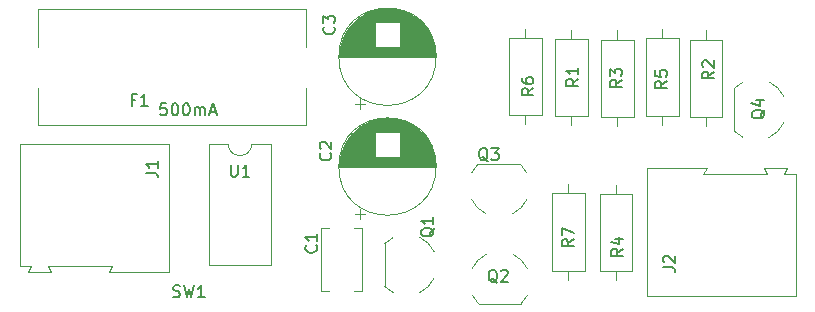
<source format=gbr>
%TF.GenerationSoftware,KiCad,Pcbnew,(5.1.8)-1*%
%TF.CreationDate,2020-12-12T19:45:24+01:00*%
%TF.ProjectId,blink_controller,626c696e-6b5f-4636-9f6e-74726f6c6c65,rev?*%
%TF.SameCoordinates,Original*%
%TF.FileFunction,Legend,Top*%
%TF.FilePolarity,Positive*%
%FSLAX46Y46*%
G04 Gerber Fmt 4.6, Leading zero omitted, Abs format (unit mm)*
G04 Created by KiCad (PCBNEW (5.1.8)-1) date 2020-12-12 19:45:24*
%MOMM*%
%LPD*%
G01*
G04 APERTURE LIST*
%ADD10C,0.150000*%
%ADD11C,0.120000*%
G04 APERTURE END LIST*
D10*
X32890476Y-28552380D02*
X32414285Y-28552380D01*
X32366666Y-29028571D01*
X32414285Y-28980952D01*
X32509523Y-28933333D01*
X32747619Y-28933333D01*
X32842857Y-28980952D01*
X32890476Y-29028571D01*
X32938095Y-29123809D01*
X32938095Y-29361904D01*
X32890476Y-29457142D01*
X32842857Y-29504761D01*
X32747619Y-29552380D01*
X32509523Y-29552380D01*
X32414285Y-29504761D01*
X32366666Y-29457142D01*
X33557142Y-28552380D02*
X33652380Y-28552380D01*
X33747619Y-28600000D01*
X33795238Y-28647619D01*
X33842857Y-28742857D01*
X33890476Y-28933333D01*
X33890476Y-29171428D01*
X33842857Y-29361904D01*
X33795238Y-29457142D01*
X33747619Y-29504761D01*
X33652380Y-29552380D01*
X33557142Y-29552380D01*
X33461904Y-29504761D01*
X33414285Y-29457142D01*
X33366666Y-29361904D01*
X33319047Y-29171428D01*
X33319047Y-28933333D01*
X33366666Y-28742857D01*
X33414285Y-28647619D01*
X33461904Y-28600000D01*
X33557142Y-28552380D01*
X34509523Y-28552380D02*
X34604761Y-28552380D01*
X34700000Y-28600000D01*
X34747619Y-28647619D01*
X34795238Y-28742857D01*
X34842857Y-28933333D01*
X34842857Y-29171428D01*
X34795238Y-29361904D01*
X34747619Y-29457142D01*
X34700000Y-29504761D01*
X34604761Y-29552380D01*
X34509523Y-29552380D01*
X34414285Y-29504761D01*
X34366666Y-29457142D01*
X34319047Y-29361904D01*
X34271428Y-29171428D01*
X34271428Y-28933333D01*
X34319047Y-28742857D01*
X34366666Y-28647619D01*
X34414285Y-28600000D01*
X34509523Y-28552380D01*
X35271428Y-29552380D02*
X35271428Y-28885714D01*
X35271428Y-28980952D02*
X35319047Y-28933333D01*
X35414285Y-28885714D01*
X35557142Y-28885714D01*
X35652380Y-28933333D01*
X35700000Y-29028571D01*
X35700000Y-29552380D01*
X35700000Y-29028571D02*
X35747619Y-28933333D01*
X35842857Y-28885714D01*
X35985714Y-28885714D01*
X36080952Y-28933333D01*
X36128571Y-29028571D01*
X36128571Y-29552380D01*
X36557142Y-29266666D02*
X37033333Y-29266666D01*
X36461904Y-29552380D02*
X36795238Y-28552380D01*
X37128571Y-29552380D01*
D11*
%TO.C,F1*%
X21990000Y-20590000D02*
X21990000Y-23750000D01*
X21990000Y-27250000D02*
X21990000Y-30410000D01*
X44710000Y-27250000D02*
X44710000Y-30410000D01*
X44710000Y-30410000D02*
X21990000Y-30410000D01*
X44710000Y-20590000D02*
X21990000Y-20590000D01*
X44710000Y-20590000D02*
X44710000Y-23750000D01*
%TO.C,U1*%
X40110000Y-31970000D02*
G75*
G02*
X38110000Y-31970000I-1000000J0D01*
G01*
X38110000Y-31970000D02*
X36460000Y-31970000D01*
X36460000Y-31970000D02*
X36460000Y-42250000D01*
X36460000Y-42250000D02*
X41760000Y-42250000D01*
X41760000Y-42250000D02*
X41760000Y-31970000D01*
X41760000Y-31970000D02*
X40110000Y-31970000D01*
%TO.C,R7*%
X65555000Y-42715000D02*
X68295000Y-42715000D01*
X68295000Y-42715000D02*
X68295000Y-36175000D01*
X68295000Y-36175000D02*
X65555000Y-36175000D01*
X65555000Y-36175000D02*
X65555000Y-42715000D01*
X66925000Y-43485000D02*
X66925000Y-42715000D01*
X66925000Y-35405000D02*
X66925000Y-36175000D01*
%TO.C,R6*%
X64645000Y-23010000D02*
X61905000Y-23010000D01*
X61905000Y-23010000D02*
X61905000Y-29550000D01*
X61905000Y-29550000D02*
X64645000Y-29550000D01*
X64645000Y-29550000D02*
X64645000Y-23010000D01*
X63275000Y-22240000D02*
X63275000Y-23010000D01*
X63275000Y-30320000D02*
X63275000Y-29550000D01*
%TO.C,R5*%
X73505000Y-29590000D02*
X76245000Y-29590000D01*
X76245000Y-29590000D02*
X76245000Y-23050000D01*
X76245000Y-23050000D02*
X73505000Y-23050000D01*
X73505000Y-23050000D02*
X73505000Y-29590000D01*
X74875000Y-30360000D02*
X74875000Y-29590000D01*
X74875000Y-22280000D02*
X74875000Y-23050000D01*
%TO.C,R4*%
X72295000Y-36235000D02*
X69555000Y-36235000D01*
X69555000Y-36235000D02*
X69555000Y-42775000D01*
X69555000Y-42775000D02*
X72295000Y-42775000D01*
X72295000Y-42775000D02*
X72295000Y-36235000D01*
X70925000Y-35465000D02*
X70925000Y-36235000D01*
X70925000Y-43545000D02*
X70925000Y-42775000D01*
%TO.C,R3*%
X69705000Y-29690000D02*
X72445000Y-29690000D01*
X72445000Y-29690000D02*
X72445000Y-23150000D01*
X72445000Y-23150000D02*
X69705000Y-23150000D01*
X69705000Y-23150000D02*
X69705000Y-29690000D01*
X71075000Y-30460000D02*
X71075000Y-29690000D01*
X71075000Y-22380000D02*
X71075000Y-23150000D01*
%TO.C,R2*%
X77205000Y-29690000D02*
X79945000Y-29690000D01*
X79945000Y-29690000D02*
X79945000Y-23150000D01*
X79945000Y-23150000D02*
X77205000Y-23150000D01*
X77205000Y-23150000D02*
X77205000Y-29690000D01*
X78575000Y-30460000D02*
X78575000Y-29690000D01*
X78575000Y-22380000D02*
X78575000Y-23150000D01*
%TO.C,R1*%
X68545000Y-23110000D02*
X65805000Y-23110000D01*
X65805000Y-23110000D02*
X65805000Y-29650000D01*
X65805000Y-29650000D02*
X68545000Y-29650000D01*
X68545000Y-29650000D02*
X68545000Y-23110000D01*
X67175000Y-22340000D02*
X67175000Y-23110000D01*
X67175000Y-30420000D02*
X67175000Y-29650000D01*
%TO.C,Q4*%
X81677205Y-31414184D02*
G75*
G02*
X80950000Y-30890000I1122795J2324184D01*
G01*
X83898371Y-31445457D02*
G75*
G03*
X85150000Y-30200000I-1098371J2355457D01*
G01*
X83903842Y-26722801D02*
G75*
G02*
X85150000Y-27950000I-1103842J-2367199D01*
G01*
X81677205Y-26765816D02*
G75*
G03*
X80950000Y-27290000I1122795J-2324184D01*
G01*
X80950000Y-27290000D02*
X80950000Y-30890000D01*
%TO.C,Q3*%
X58735816Y-34427205D02*
G75*
G02*
X59260000Y-33700000I2324184J-1122795D01*
G01*
X58704543Y-36648371D02*
G75*
G03*
X59950000Y-37900000I2355457J1098371D01*
G01*
X63427199Y-36653842D02*
G75*
G02*
X62200000Y-37900000I-2367199J1103842D01*
G01*
X63384184Y-34427205D02*
G75*
G03*
X62860000Y-33700000I-2324184J-1122795D01*
G01*
X62860000Y-33700000D02*
X59260000Y-33700000D01*
%TO.C,Q2*%
X63439184Y-44797795D02*
G75*
G02*
X62915000Y-45525000I-2324184J1122795D01*
G01*
X63470457Y-42576629D02*
G75*
G03*
X62225000Y-41325000I-2355457J-1098371D01*
G01*
X58747801Y-42571158D02*
G75*
G02*
X59975000Y-41325000I2367199J-1103842D01*
G01*
X58790816Y-44797795D02*
G75*
G03*
X59315000Y-45525000I2324184J1122795D01*
G01*
X59315000Y-45525000D02*
X62915000Y-45525000D01*
%TO.C,Q1*%
X52077205Y-44564184D02*
G75*
G02*
X51350000Y-44040000I1122795J2324184D01*
G01*
X54298371Y-44595457D02*
G75*
G03*
X55550000Y-43350000I-1098371J2355457D01*
G01*
X54303842Y-39872801D02*
G75*
G02*
X55550000Y-41100000I-1103842J-2367199D01*
G01*
X52077205Y-39915816D02*
G75*
G03*
X51350000Y-40440000I1122795J-2324184D01*
G01*
X51350000Y-40440000D02*
X51350000Y-44040000D01*
%TO.C,J2*%
X73550000Y-44900000D02*
X86150000Y-44900000D01*
X86150000Y-44900000D02*
X86150000Y-34550000D01*
X86150000Y-34550000D02*
X85200000Y-34550000D01*
X85200000Y-34550000D02*
X85450000Y-34050000D01*
X85450000Y-34050000D02*
X83550000Y-34050000D01*
X83550000Y-34050000D02*
X83500000Y-34050000D01*
X83500000Y-34050000D02*
X83750000Y-34550000D01*
X83750000Y-34550000D02*
X78350000Y-34550000D01*
X78350000Y-34550000D02*
X78650000Y-34050000D01*
X78650000Y-34050000D02*
X73550000Y-34050000D01*
X73550000Y-34050000D02*
X73550000Y-44900000D01*
%TO.C,J1*%
X33100000Y-31950000D02*
X20500000Y-31950000D01*
X20500000Y-31950000D02*
X20500000Y-42300000D01*
X20500000Y-42300000D02*
X21450000Y-42300000D01*
X21450000Y-42300000D02*
X21200000Y-42800000D01*
X21200000Y-42800000D02*
X23100000Y-42800000D01*
X23100000Y-42800000D02*
X23150000Y-42800000D01*
X23150000Y-42800000D02*
X22900000Y-42300000D01*
X22900000Y-42300000D02*
X28300000Y-42300000D01*
X28300000Y-42300000D02*
X28000000Y-42800000D01*
X28000000Y-42800000D02*
X33100000Y-42800000D01*
X33100000Y-42800000D02*
X33100000Y-31950000D01*
%TO.C,C3*%
X55720000Y-24600000D02*
G75*
G03*
X55720000Y-24600000I-4120000J0D01*
G01*
X47520000Y-24600000D02*
X55680000Y-24600000D01*
X47520000Y-24560000D02*
X55680000Y-24560000D01*
X47520000Y-24520000D02*
X55680000Y-24520000D01*
X47521000Y-24480000D02*
X55679000Y-24480000D01*
X47523000Y-24440000D02*
X55677000Y-24440000D01*
X47524000Y-24400000D02*
X55676000Y-24400000D01*
X47526000Y-24360000D02*
X55674000Y-24360000D01*
X47529000Y-24320000D02*
X55671000Y-24320000D01*
X47532000Y-24280000D02*
X55668000Y-24280000D01*
X47535000Y-24240000D02*
X55665000Y-24240000D01*
X47539000Y-24200000D02*
X55661000Y-24200000D01*
X47543000Y-24160000D02*
X55657000Y-24160000D01*
X47548000Y-24120000D02*
X55652000Y-24120000D01*
X47552000Y-24080000D02*
X55648000Y-24080000D01*
X47558000Y-24040000D02*
X55642000Y-24040000D01*
X47563000Y-24000000D02*
X55637000Y-24000000D01*
X47570000Y-23960000D02*
X55630000Y-23960000D01*
X47576000Y-23920000D02*
X55624000Y-23920000D01*
X47583000Y-23879000D02*
X55617000Y-23879000D01*
X47590000Y-23839000D02*
X55610000Y-23839000D01*
X47598000Y-23799000D02*
X55602000Y-23799000D01*
X47606000Y-23759000D02*
X55594000Y-23759000D01*
X47615000Y-23719000D02*
X50560000Y-23719000D01*
X52640000Y-23719000D02*
X55585000Y-23719000D01*
X47624000Y-23679000D02*
X50560000Y-23679000D01*
X52640000Y-23679000D02*
X55576000Y-23679000D01*
X47633000Y-23639000D02*
X50560000Y-23639000D01*
X52640000Y-23639000D02*
X55567000Y-23639000D01*
X47643000Y-23599000D02*
X50560000Y-23599000D01*
X52640000Y-23599000D02*
X55557000Y-23599000D01*
X47653000Y-23559000D02*
X50560000Y-23559000D01*
X52640000Y-23559000D02*
X55547000Y-23559000D01*
X47664000Y-23519000D02*
X50560000Y-23519000D01*
X52640000Y-23519000D02*
X55536000Y-23519000D01*
X47675000Y-23479000D02*
X50560000Y-23479000D01*
X52640000Y-23479000D02*
X55525000Y-23479000D01*
X47686000Y-23439000D02*
X50560000Y-23439000D01*
X52640000Y-23439000D02*
X55514000Y-23439000D01*
X47698000Y-23399000D02*
X50560000Y-23399000D01*
X52640000Y-23399000D02*
X55502000Y-23399000D01*
X47711000Y-23359000D02*
X50560000Y-23359000D01*
X52640000Y-23359000D02*
X55489000Y-23359000D01*
X47723000Y-23319000D02*
X50560000Y-23319000D01*
X52640000Y-23319000D02*
X55477000Y-23319000D01*
X47737000Y-23279000D02*
X50560000Y-23279000D01*
X52640000Y-23279000D02*
X55463000Y-23279000D01*
X47750000Y-23239000D02*
X50560000Y-23239000D01*
X52640000Y-23239000D02*
X55450000Y-23239000D01*
X47765000Y-23199000D02*
X50560000Y-23199000D01*
X52640000Y-23199000D02*
X55435000Y-23199000D01*
X47779000Y-23159000D02*
X50560000Y-23159000D01*
X52640000Y-23159000D02*
X55421000Y-23159000D01*
X47795000Y-23119000D02*
X50560000Y-23119000D01*
X52640000Y-23119000D02*
X55405000Y-23119000D01*
X47810000Y-23079000D02*
X50560000Y-23079000D01*
X52640000Y-23079000D02*
X55390000Y-23079000D01*
X47826000Y-23039000D02*
X50560000Y-23039000D01*
X52640000Y-23039000D02*
X55374000Y-23039000D01*
X47843000Y-22999000D02*
X50560000Y-22999000D01*
X52640000Y-22999000D02*
X55357000Y-22999000D01*
X47860000Y-22959000D02*
X50560000Y-22959000D01*
X52640000Y-22959000D02*
X55340000Y-22959000D01*
X47878000Y-22919000D02*
X50560000Y-22919000D01*
X52640000Y-22919000D02*
X55322000Y-22919000D01*
X47896000Y-22879000D02*
X50560000Y-22879000D01*
X52640000Y-22879000D02*
X55304000Y-22879000D01*
X47914000Y-22839000D02*
X50560000Y-22839000D01*
X52640000Y-22839000D02*
X55286000Y-22839000D01*
X47934000Y-22799000D02*
X50560000Y-22799000D01*
X52640000Y-22799000D02*
X55266000Y-22799000D01*
X47953000Y-22759000D02*
X50560000Y-22759000D01*
X52640000Y-22759000D02*
X55247000Y-22759000D01*
X47973000Y-22719000D02*
X50560000Y-22719000D01*
X52640000Y-22719000D02*
X55227000Y-22719000D01*
X47994000Y-22679000D02*
X50560000Y-22679000D01*
X52640000Y-22679000D02*
X55206000Y-22679000D01*
X48016000Y-22639000D02*
X50560000Y-22639000D01*
X52640000Y-22639000D02*
X55184000Y-22639000D01*
X48038000Y-22599000D02*
X50560000Y-22599000D01*
X52640000Y-22599000D02*
X55162000Y-22599000D01*
X48060000Y-22559000D02*
X50560000Y-22559000D01*
X52640000Y-22559000D02*
X55140000Y-22559000D01*
X48083000Y-22519000D02*
X50560000Y-22519000D01*
X52640000Y-22519000D02*
X55117000Y-22519000D01*
X48107000Y-22479000D02*
X50560000Y-22479000D01*
X52640000Y-22479000D02*
X55093000Y-22479000D01*
X48131000Y-22439000D02*
X50560000Y-22439000D01*
X52640000Y-22439000D02*
X55069000Y-22439000D01*
X48156000Y-22399000D02*
X50560000Y-22399000D01*
X52640000Y-22399000D02*
X55044000Y-22399000D01*
X48182000Y-22359000D02*
X50560000Y-22359000D01*
X52640000Y-22359000D02*
X55018000Y-22359000D01*
X48208000Y-22319000D02*
X50560000Y-22319000D01*
X52640000Y-22319000D02*
X54992000Y-22319000D01*
X48235000Y-22279000D02*
X50560000Y-22279000D01*
X52640000Y-22279000D02*
X54965000Y-22279000D01*
X48262000Y-22239000D02*
X50560000Y-22239000D01*
X52640000Y-22239000D02*
X54938000Y-22239000D01*
X48291000Y-22199000D02*
X50560000Y-22199000D01*
X52640000Y-22199000D02*
X54909000Y-22199000D01*
X48320000Y-22159000D02*
X50560000Y-22159000D01*
X52640000Y-22159000D02*
X54880000Y-22159000D01*
X48350000Y-22119000D02*
X50560000Y-22119000D01*
X52640000Y-22119000D02*
X54850000Y-22119000D01*
X48380000Y-22079000D02*
X50560000Y-22079000D01*
X52640000Y-22079000D02*
X54820000Y-22079000D01*
X48411000Y-22039000D02*
X50560000Y-22039000D01*
X52640000Y-22039000D02*
X54789000Y-22039000D01*
X48444000Y-21999000D02*
X50560000Y-21999000D01*
X52640000Y-21999000D02*
X54756000Y-21999000D01*
X48476000Y-21959000D02*
X50560000Y-21959000D01*
X52640000Y-21959000D02*
X54724000Y-21959000D01*
X48510000Y-21919000D02*
X50560000Y-21919000D01*
X52640000Y-21919000D02*
X54690000Y-21919000D01*
X48545000Y-21879000D02*
X50560000Y-21879000D01*
X52640000Y-21879000D02*
X54655000Y-21879000D01*
X48581000Y-21839000D02*
X50560000Y-21839000D01*
X52640000Y-21839000D02*
X54619000Y-21839000D01*
X48617000Y-21799000D02*
X50560000Y-21799000D01*
X52640000Y-21799000D02*
X54583000Y-21799000D01*
X48655000Y-21759000D02*
X50560000Y-21759000D01*
X52640000Y-21759000D02*
X54545000Y-21759000D01*
X48693000Y-21719000D02*
X50560000Y-21719000D01*
X52640000Y-21719000D02*
X54507000Y-21719000D01*
X48733000Y-21679000D02*
X50560000Y-21679000D01*
X52640000Y-21679000D02*
X54467000Y-21679000D01*
X48774000Y-21639000D02*
X54426000Y-21639000D01*
X48816000Y-21599000D02*
X54384000Y-21599000D01*
X48859000Y-21559000D02*
X54341000Y-21559000D01*
X48903000Y-21519000D02*
X54297000Y-21519000D01*
X48949000Y-21479000D02*
X54251000Y-21479000D01*
X48996000Y-21439000D02*
X54204000Y-21439000D01*
X49044000Y-21399000D02*
X54156000Y-21399000D01*
X49095000Y-21359000D02*
X54105000Y-21359000D01*
X49146000Y-21319000D02*
X54054000Y-21319000D01*
X49200000Y-21279000D02*
X54000000Y-21279000D01*
X49255000Y-21239000D02*
X53945000Y-21239000D01*
X49313000Y-21199000D02*
X53887000Y-21199000D01*
X49372000Y-21159000D02*
X53828000Y-21159000D01*
X49434000Y-21119000D02*
X53766000Y-21119000D01*
X49498000Y-21079000D02*
X53702000Y-21079000D01*
X49566000Y-21039000D02*
X53634000Y-21039000D01*
X49636000Y-20999000D02*
X53564000Y-20999000D01*
X49710000Y-20959000D02*
X53490000Y-20959000D01*
X49787000Y-20919000D02*
X53413000Y-20919000D01*
X49869000Y-20879000D02*
X53331000Y-20879000D01*
X49955000Y-20839000D02*
X53245000Y-20839000D01*
X50048000Y-20799000D02*
X53152000Y-20799000D01*
X50147000Y-20759000D02*
X53053000Y-20759000D01*
X50254000Y-20719000D02*
X52946000Y-20719000D01*
X50371000Y-20679000D02*
X52829000Y-20679000D01*
X50502000Y-20639000D02*
X52698000Y-20639000D01*
X50652000Y-20599000D02*
X52548000Y-20599000D01*
X50832000Y-20559000D02*
X52368000Y-20559000D01*
X51067000Y-20519000D02*
X52133000Y-20519000D01*
X49285000Y-29009698D02*
X49285000Y-28209698D01*
X48885000Y-28609698D02*
X49685000Y-28609698D01*
%TO.C,C2*%
X55720000Y-33900000D02*
G75*
G03*
X55720000Y-33900000I-4120000J0D01*
G01*
X47520000Y-33900000D02*
X55680000Y-33900000D01*
X47520000Y-33860000D02*
X55680000Y-33860000D01*
X47520000Y-33820000D02*
X55680000Y-33820000D01*
X47521000Y-33780000D02*
X55679000Y-33780000D01*
X47523000Y-33740000D02*
X55677000Y-33740000D01*
X47524000Y-33700000D02*
X55676000Y-33700000D01*
X47526000Y-33660000D02*
X55674000Y-33660000D01*
X47529000Y-33620000D02*
X55671000Y-33620000D01*
X47532000Y-33580000D02*
X55668000Y-33580000D01*
X47535000Y-33540000D02*
X55665000Y-33540000D01*
X47539000Y-33500000D02*
X55661000Y-33500000D01*
X47543000Y-33460000D02*
X55657000Y-33460000D01*
X47548000Y-33420000D02*
X55652000Y-33420000D01*
X47552000Y-33380000D02*
X55648000Y-33380000D01*
X47558000Y-33340000D02*
X55642000Y-33340000D01*
X47563000Y-33300000D02*
X55637000Y-33300000D01*
X47570000Y-33260000D02*
X55630000Y-33260000D01*
X47576000Y-33220000D02*
X55624000Y-33220000D01*
X47583000Y-33179000D02*
X55617000Y-33179000D01*
X47590000Y-33139000D02*
X55610000Y-33139000D01*
X47598000Y-33099000D02*
X55602000Y-33099000D01*
X47606000Y-33059000D02*
X55594000Y-33059000D01*
X47615000Y-33019000D02*
X50560000Y-33019000D01*
X52640000Y-33019000D02*
X55585000Y-33019000D01*
X47624000Y-32979000D02*
X50560000Y-32979000D01*
X52640000Y-32979000D02*
X55576000Y-32979000D01*
X47633000Y-32939000D02*
X50560000Y-32939000D01*
X52640000Y-32939000D02*
X55567000Y-32939000D01*
X47643000Y-32899000D02*
X50560000Y-32899000D01*
X52640000Y-32899000D02*
X55557000Y-32899000D01*
X47653000Y-32859000D02*
X50560000Y-32859000D01*
X52640000Y-32859000D02*
X55547000Y-32859000D01*
X47664000Y-32819000D02*
X50560000Y-32819000D01*
X52640000Y-32819000D02*
X55536000Y-32819000D01*
X47675000Y-32779000D02*
X50560000Y-32779000D01*
X52640000Y-32779000D02*
X55525000Y-32779000D01*
X47686000Y-32739000D02*
X50560000Y-32739000D01*
X52640000Y-32739000D02*
X55514000Y-32739000D01*
X47698000Y-32699000D02*
X50560000Y-32699000D01*
X52640000Y-32699000D02*
X55502000Y-32699000D01*
X47711000Y-32659000D02*
X50560000Y-32659000D01*
X52640000Y-32659000D02*
X55489000Y-32659000D01*
X47723000Y-32619000D02*
X50560000Y-32619000D01*
X52640000Y-32619000D02*
X55477000Y-32619000D01*
X47737000Y-32579000D02*
X50560000Y-32579000D01*
X52640000Y-32579000D02*
X55463000Y-32579000D01*
X47750000Y-32539000D02*
X50560000Y-32539000D01*
X52640000Y-32539000D02*
X55450000Y-32539000D01*
X47765000Y-32499000D02*
X50560000Y-32499000D01*
X52640000Y-32499000D02*
X55435000Y-32499000D01*
X47779000Y-32459000D02*
X50560000Y-32459000D01*
X52640000Y-32459000D02*
X55421000Y-32459000D01*
X47795000Y-32419000D02*
X50560000Y-32419000D01*
X52640000Y-32419000D02*
X55405000Y-32419000D01*
X47810000Y-32379000D02*
X50560000Y-32379000D01*
X52640000Y-32379000D02*
X55390000Y-32379000D01*
X47826000Y-32339000D02*
X50560000Y-32339000D01*
X52640000Y-32339000D02*
X55374000Y-32339000D01*
X47843000Y-32299000D02*
X50560000Y-32299000D01*
X52640000Y-32299000D02*
X55357000Y-32299000D01*
X47860000Y-32259000D02*
X50560000Y-32259000D01*
X52640000Y-32259000D02*
X55340000Y-32259000D01*
X47878000Y-32219000D02*
X50560000Y-32219000D01*
X52640000Y-32219000D02*
X55322000Y-32219000D01*
X47896000Y-32179000D02*
X50560000Y-32179000D01*
X52640000Y-32179000D02*
X55304000Y-32179000D01*
X47914000Y-32139000D02*
X50560000Y-32139000D01*
X52640000Y-32139000D02*
X55286000Y-32139000D01*
X47934000Y-32099000D02*
X50560000Y-32099000D01*
X52640000Y-32099000D02*
X55266000Y-32099000D01*
X47953000Y-32059000D02*
X50560000Y-32059000D01*
X52640000Y-32059000D02*
X55247000Y-32059000D01*
X47973000Y-32019000D02*
X50560000Y-32019000D01*
X52640000Y-32019000D02*
X55227000Y-32019000D01*
X47994000Y-31979000D02*
X50560000Y-31979000D01*
X52640000Y-31979000D02*
X55206000Y-31979000D01*
X48016000Y-31939000D02*
X50560000Y-31939000D01*
X52640000Y-31939000D02*
X55184000Y-31939000D01*
X48038000Y-31899000D02*
X50560000Y-31899000D01*
X52640000Y-31899000D02*
X55162000Y-31899000D01*
X48060000Y-31859000D02*
X50560000Y-31859000D01*
X52640000Y-31859000D02*
X55140000Y-31859000D01*
X48083000Y-31819000D02*
X50560000Y-31819000D01*
X52640000Y-31819000D02*
X55117000Y-31819000D01*
X48107000Y-31779000D02*
X50560000Y-31779000D01*
X52640000Y-31779000D02*
X55093000Y-31779000D01*
X48131000Y-31739000D02*
X50560000Y-31739000D01*
X52640000Y-31739000D02*
X55069000Y-31739000D01*
X48156000Y-31699000D02*
X50560000Y-31699000D01*
X52640000Y-31699000D02*
X55044000Y-31699000D01*
X48182000Y-31659000D02*
X50560000Y-31659000D01*
X52640000Y-31659000D02*
X55018000Y-31659000D01*
X48208000Y-31619000D02*
X50560000Y-31619000D01*
X52640000Y-31619000D02*
X54992000Y-31619000D01*
X48235000Y-31579000D02*
X50560000Y-31579000D01*
X52640000Y-31579000D02*
X54965000Y-31579000D01*
X48262000Y-31539000D02*
X50560000Y-31539000D01*
X52640000Y-31539000D02*
X54938000Y-31539000D01*
X48291000Y-31499000D02*
X50560000Y-31499000D01*
X52640000Y-31499000D02*
X54909000Y-31499000D01*
X48320000Y-31459000D02*
X50560000Y-31459000D01*
X52640000Y-31459000D02*
X54880000Y-31459000D01*
X48350000Y-31419000D02*
X50560000Y-31419000D01*
X52640000Y-31419000D02*
X54850000Y-31419000D01*
X48380000Y-31379000D02*
X50560000Y-31379000D01*
X52640000Y-31379000D02*
X54820000Y-31379000D01*
X48411000Y-31339000D02*
X50560000Y-31339000D01*
X52640000Y-31339000D02*
X54789000Y-31339000D01*
X48444000Y-31299000D02*
X50560000Y-31299000D01*
X52640000Y-31299000D02*
X54756000Y-31299000D01*
X48476000Y-31259000D02*
X50560000Y-31259000D01*
X52640000Y-31259000D02*
X54724000Y-31259000D01*
X48510000Y-31219000D02*
X50560000Y-31219000D01*
X52640000Y-31219000D02*
X54690000Y-31219000D01*
X48545000Y-31179000D02*
X50560000Y-31179000D01*
X52640000Y-31179000D02*
X54655000Y-31179000D01*
X48581000Y-31139000D02*
X50560000Y-31139000D01*
X52640000Y-31139000D02*
X54619000Y-31139000D01*
X48617000Y-31099000D02*
X50560000Y-31099000D01*
X52640000Y-31099000D02*
X54583000Y-31099000D01*
X48655000Y-31059000D02*
X50560000Y-31059000D01*
X52640000Y-31059000D02*
X54545000Y-31059000D01*
X48693000Y-31019000D02*
X50560000Y-31019000D01*
X52640000Y-31019000D02*
X54507000Y-31019000D01*
X48733000Y-30979000D02*
X50560000Y-30979000D01*
X52640000Y-30979000D02*
X54467000Y-30979000D01*
X48774000Y-30939000D02*
X54426000Y-30939000D01*
X48816000Y-30899000D02*
X54384000Y-30899000D01*
X48859000Y-30859000D02*
X54341000Y-30859000D01*
X48903000Y-30819000D02*
X54297000Y-30819000D01*
X48949000Y-30779000D02*
X54251000Y-30779000D01*
X48996000Y-30739000D02*
X54204000Y-30739000D01*
X49044000Y-30699000D02*
X54156000Y-30699000D01*
X49095000Y-30659000D02*
X54105000Y-30659000D01*
X49146000Y-30619000D02*
X54054000Y-30619000D01*
X49200000Y-30579000D02*
X54000000Y-30579000D01*
X49255000Y-30539000D02*
X53945000Y-30539000D01*
X49313000Y-30499000D02*
X53887000Y-30499000D01*
X49372000Y-30459000D02*
X53828000Y-30459000D01*
X49434000Y-30419000D02*
X53766000Y-30419000D01*
X49498000Y-30379000D02*
X53702000Y-30379000D01*
X49566000Y-30339000D02*
X53634000Y-30339000D01*
X49636000Y-30299000D02*
X53564000Y-30299000D01*
X49710000Y-30259000D02*
X53490000Y-30259000D01*
X49787000Y-30219000D02*
X53413000Y-30219000D01*
X49869000Y-30179000D02*
X53331000Y-30179000D01*
X49955000Y-30139000D02*
X53245000Y-30139000D01*
X50048000Y-30099000D02*
X53152000Y-30099000D01*
X50147000Y-30059000D02*
X53053000Y-30059000D01*
X50254000Y-30019000D02*
X52946000Y-30019000D01*
X50371000Y-29979000D02*
X52829000Y-29979000D01*
X50502000Y-29939000D02*
X52698000Y-29939000D01*
X50652000Y-29899000D02*
X52548000Y-29899000D01*
X50832000Y-29859000D02*
X52368000Y-29859000D01*
X51067000Y-29819000D02*
X52133000Y-29819000D01*
X49285000Y-38309698D02*
X49285000Y-37509698D01*
X48885000Y-37909698D02*
X49685000Y-37909698D01*
%TO.C,C1*%
X45979000Y-44470000D02*
X45979000Y-39130000D01*
X49421000Y-44470000D02*
X49421000Y-39130000D01*
X45979000Y-44470000D02*
X46645000Y-44470000D01*
X48755000Y-44470000D02*
X49421000Y-44470000D01*
X45979000Y-39130000D02*
X46645000Y-39130000D01*
X48755000Y-39130000D02*
X49421000Y-39130000D01*
%TO.C,F1*%
D10*
X30266666Y-28228571D02*
X29933333Y-28228571D01*
X29933333Y-28752380D02*
X29933333Y-27752380D01*
X30409523Y-27752380D01*
X31314285Y-28752380D02*
X30742857Y-28752380D01*
X31028571Y-28752380D02*
X31028571Y-27752380D01*
X30933333Y-27895238D01*
X30838095Y-27990476D01*
X30742857Y-28038095D01*
%TO.C,U1*%
X38338095Y-33752380D02*
X38338095Y-34561904D01*
X38385714Y-34657142D01*
X38433333Y-34704761D01*
X38528571Y-34752380D01*
X38719047Y-34752380D01*
X38814285Y-34704761D01*
X38861904Y-34657142D01*
X38909523Y-34561904D01*
X38909523Y-33752380D01*
X39909523Y-34752380D02*
X39338095Y-34752380D01*
X39623809Y-34752380D02*
X39623809Y-33752380D01*
X39528571Y-33895238D01*
X39433333Y-33990476D01*
X39338095Y-34038095D01*
%TO.C,SW1*%
X33466666Y-44904761D02*
X33609523Y-44952380D01*
X33847619Y-44952380D01*
X33942857Y-44904761D01*
X33990476Y-44857142D01*
X34038095Y-44761904D01*
X34038095Y-44666666D01*
X33990476Y-44571428D01*
X33942857Y-44523809D01*
X33847619Y-44476190D01*
X33657142Y-44428571D01*
X33561904Y-44380952D01*
X33514285Y-44333333D01*
X33466666Y-44238095D01*
X33466666Y-44142857D01*
X33514285Y-44047619D01*
X33561904Y-44000000D01*
X33657142Y-43952380D01*
X33895238Y-43952380D01*
X34038095Y-44000000D01*
X34371428Y-43952380D02*
X34609523Y-44952380D01*
X34800000Y-44238095D01*
X34990476Y-44952380D01*
X35228571Y-43952380D01*
X36133333Y-44952380D02*
X35561904Y-44952380D01*
X35847619Y-44952380D02*
X35847619Y-43952380D01*
X35752380Y-44095238D01*
X35657142Y-44190476D01*
X35561904Y-44238095D01*
%TO.C,R7*%
X67352380Y-40066666D02*
X66876190Y-40400000D01*
X67352380Y-40638095D02*
X66352380Y-40638095D01*
X66352380Y-40257142D01*
X66400000Y-40161904D01*
X66447619Y-40114285D01*
X66542857Y-40066666D01*
X66685714Y-40066666D01*
X66780952Y-40114285D01*
X66828571Y-40161904D01*
X66876190Y-40257142D01*
X66876190Y-40638095D01*
X66352380Y-39733333D02*
X66352380Y-39066666D01*
X67352380Y-39495238D01*
%TO.C,R6*%
X63952380Y-27266666D02*
X63476190Y-27600000D01*
X63952380Y-27838095D02*
X62952380Y-27838095D01*
X62952380Y-27457142D01*
X63000000Y-27361904D01*
X63047619Y-27314285D01*
X63142857Y-27266666D01*
X63285714Y-27266666D01*
X63380952Y-27314285D01*
X63428571Y-27361904D01*
X63476190Y-27457142D01*
X63476190Y-27838095D01*
X62952380Y-26409523D02*
X62952380Y-26600000D01*
X63000000Y-26695238D01*
X63047619Y-26742857D01*
X63190476Y-26838095D01*
X63380952Y-26885714D01*
X63761904Y-26885714D01*
X63857142Y-26838095D01*
X63904761Y-26790476D01*
X63952380Y-26695238D01*
X63952380Y-26504761D01*
X63904761Y-26409523D01*
X63857142Y-26361904D01*
X63761904Y-26314285D01*
X63523809Y-26314285D01*
X63428571Y-26361904D01*
X63380952Y-26409523D01*
X63333333Y-26504761D01*
X63333333Y-26695238D01*
X63380952Y-26790476D01*
X63428571Y-26838095D01*
X63523809Y-26885714D01*
%TO.C,R5*%
X75252380Y-26666666D02*
X74776190Y-27000000D01*
X75252380Y-27238095D02*
X74252380Y-27238095D01*
X74252380Y-26857142D01*
X74300000Y-26761904D01*
X74347619Y-26714285D01*
X74442857Y-26666666D01*
X74585714Y-26666666D01*
X74680952Y-26714285D01*
X74728571Y-26761904D01*
X74776190Y-26857142D01*
X74776190Y-27238095D01*
X74252380Y-25761904D02*
X74252380Y-26238095D01*
X74728571Y-26285714D01*
X74680952Y-26238095D01*
X74633333Y-26142857D01*
X74633333Y-25904761D01*
X74680952Y-25809523D01*
X74728571Y-25761904D01*
X74823809Y-25714285D01*
X75061904Y-25714285D01*
X75157142Y-25761904D01*
X75204761Y-25809523D01*
X75252380Y-25904761D01*
X75252380Y-26142857D01*
X75204761Y-26238095D01*
X75157142Y-26285714D01*
%TO.C,R4*%
X71552380Y-40866666D02*
X71076190Y-41200000D01*
X71552380Y-41438095D02*
X70552380Y-41438095D01*
X70552380Y-41057142D01*
X70600000Y-40961904D01*
X70647619Y-40914285D01*
X70742857Y-40866666D01*
X70885714Y-40866666D01*
X70980952Y-40914285D01*
X71028571Y-40961904D01*
X71076190Y-41057142D01*
X71076190Y-41438095D01*
X70885714Y-40009523D02*
X71552380Y-40009523D01*
X70504761Y-40247619D02*
X71219047Y-40485714D01*
X71219047Y-39866666D01*
%TO.C,R3*%
X71452380Y-26566666D02*
X70976190Y-26900000D01*
X71452380Y-27138095D02*
X70452380Y-27138095D01*
X70452380Y-26757142D01*
X70500000Y-26661904D01*
X70547619Y-26614285D01*
X70642857Y-26566666D01*
X70785714Y-26566666D01*
X70880952Y-26614285D01*
X70928571Y-26661904D01*
X70976190Y-26757142D01*
X70976190Y-27138095D01*
X70452380Y-26233333D02*
X70452380Y-25614285D01*
X70833333Y-25947619D01*
X70833333Y-25804761D01*
X70880952Y-25709523D01*
X70928571Y-25661904D01*
X71023809Y-25614285D01*
X71261904Y-25614285D01*
X71357142Y-25661904D01*
X71404761Y-25709523D01*
X71452380Y-25804761D01*
X71452380Y-26090476D01*
X71404761Y-26185714D01*
X71357142Y-26233333D01*
%TO.C,R2*%
X79252380Y-25866666D02*
X78776190Y-26200000D01*
X79252380Y-26438095D02*
X78252380Y-26438095D01*
X78252380Y-26057142D01*
X78300000Y-25961904D01*
X78347619Y-25914285D01*
X78442857Y-25866666D01*
X78585714Y-25866666D01*
X78680952Y-25914285D01*
X78728571Y-25961904D01*
X78776190Y-26057142D01*
X78776190Y-26438095D01*
X78347619Y-25485714D02*
X78300000Y-25438095D01*
X78252380Y-25342857D01*
X78252380Y-25104761D01*
X78300000Y-25009523D01*
X78347619Y-24961904D01*
X78442857Y-24914285D01*
X78538095Y-24914285D01*
X78680952Y-24961904D01*
X79252380Y-25533333D01*
X79252380Y-24914285D01*
%TO.C,R1*%
X67752380Y-26466666D02*
X67276190Y-26800000D01*
X67752380Y-27038095D02*
X66752380Y-27038095D01*
X66752380Y-26657142D01*
X66800000Y-26561904D01*
X66847619Y-26514285D01*
X66942857Y-26466666D01*
X67085714Y-26466666D01*
X67180952Y-26514285D01*
X67228571Y-26561904D01*
X67276190Y-26657142D01*
X67276190Y-27038095D01*
X67752380Y-25514285D02*
X67752380Y-26085714D01*
X67752380Y-25800000D02*
X66752380Y-25800000D01*
X66895238Y-25895238D01*
X66990476Y-25990476D01*
X67038095Y-26085714D01*
%TO.C,Q4*%
X83547619Y-29095238D02*
X83500000Y-29190476D01*
X83404761Y-29285714D01*
X83261904Y-29428571D01*
X83214285Y-29523809D01*
X83214285Y-29619047D01*
X83452380Y-29571428D02*
X83404761Y-29666666D01*
X83309523Y-29761904D01*
X83119047Y-29809523D01*
X82785714Y-29809523D01*
X82595238Y-29761904D01*
X82500000Y-29666666D01*
X82452380Y-29571428D01*
X82452380Y-29380952D01*
X82500000Y-29285714D01*
X82595238Y-29190476D01*
X82785714Y-29142857D01*
X83119047Y-29142857D01*
X83309523Y-29190476D01*
X83404761Y-29285714D01*
X83452380Y-29380952D01*
X83452380Y-29571428D01*
X82785714Y-28285714D02*
X83452380Y-28285714D01*
X82404761Y-28523809D02*
X83119047Y-28761904D01*
X83119047Y-28142857D01*
%TO.C,Q3*%
X60104761Y-33447619D02*
X60009523Y-33400000D01*
X59914285Y-33304761D01*
X59771428Y-33161904D01*
X59676190Y-33114285D01*
X59580952Y-33114285D01*
X59628571Y-33352380D02*
X59533333Y-33304761D01*
X59438095Y-33209523D01*
X59390476Y-33019047D01*
X59390476Y-32685714D01*
X59438095Y-32495238D01*
X59533333Y-32400000D01*
X59628571Y-32352380D01*
X59819047Y-32352380D01*
X59914285Y-32400000D01*
X60009523Y-32495238D01*
X60057142Y-32685714D01*
X60057142Y-33019047D01*
X60009523Y-33209523D01*
X59914285Y-33304761D01*
X59819047Y-33352380D01*
X59628571Y-33352380D01*
X60390476Y-32352380D02*
X61009523Y-32352380D01*
X60676190Y-32733333D01*
X60819047Y-32733333D01*
X60914285Y-32780952D01*
X60961904Y-32828571D01*
X61009523Y-32923809D01*
X61009523Y-33161904D01*
X60961904Y-33257142D01*
X60914285Y-33304761D01*
X60819047Y-33352380D01*
X60533333Y-33352380D01*
X60438095Y-33304761D01*
X60390476Y-33257142D01*
%TO.C,Q2*%
X60904761Y-43747619D02*
X60809523Y-43700000D01*
X60714285Y-43604761D01*
X60571428Y-43461904D01*
X60476190Y-43414285D01*
X60380952Y-43414285D01*
X60428571Y-43652380D02*
X60333333Y-43604761D01*
X60238095Y-43509523D01*
X60190476Y-43319047D01*
X60190476Y-42985714D01*
X60238095Y-42795238D01*
X60333333Y-42700000D01*
X60428571Y-42652380D01*
X60619047Y-42652380D01*
X60714285Y-42700000D01*
X60809523Y-42795238D01*
X60857142Y-42985714D01*
X60857142Y-43319047D01*
X60809523Y-43509523D01*
X60714285Y-43604761D01*
X60619047Y-43652380D01*
X60428571Y-43652380D01*
X61238095Y-42747619D02*
X61285714Y-42700000D01*
X61380952Y-42652380D01*
X61619047Y-42652380D01*
X61714285Y-42700000D01*
X61761904Y-42747619D01*
X61809523Y-42842857D01*
X61809523Y-42938095D01*
X61761904Y-43080952D01*
X61190476Y-43652380D01*
X61809523Y-43652380D01*
%TO.C,Q1*%
X55547619Y-39095238D02*
X55500000Y-39190476D01*
X55404761Y-39285714D01*
X55261904Y-39428571D01*
X55214285Y-39523809D01*
X55214285Y-39619047D01*
X55452380Y-39571428D02*
X55404761Y-39666666D01*
X55309523Y-39761904D01*
X55119047Y-39809523D01*
X54785714Y-39809523D01*
X54595238Y-39761904D01*
X54500000Y-39666666D01*
X54452380Y-39571428D01*
X54452380Y-39380952D01*
X54500000Y-39285714D01*
X54595238Y-39190476D01*
X54785714Y-39142857D01*
X55119047Y-39142857D01*
X55309523Y-39190476D01*
X55404761Y-39285714D01*
X55452380Y-39380952D01*
X55452380Y-39571428D01*
X55452380Y-38190476D02*
X55452380Y-38761904D01*
X55452380Y-38476190D02*
X54452380Y-38476190D01*
X54595238Y-38571428D01*
X54690476Y-38666666D01*
X54738095Y-38761904D01*
%TO.C,J2*%
X74952380Y-42433333D02*
X75666666Y-42433333D01*
X75809523Y-42480952D01*
X75904761Y-42576190D01*
X75952380Y-42719047D01*
X75952380Y-42814285D01*
X75047619Y-42004761D02*
X75000000Y-41957142D01*
X74952380Y-41861904D01*
X74952380Y-41623809D01*
X75000000Y-41528571D01*
X75047619Y-41480952D01*
X75142857Y-41433333D01*
X75238095Y-41433333D01*
X75380952Y-41480952D01*
X75952380Y-42052380D01*
X75952380Y-41433333D01*
%TO.C,J1*%
X31152380Y-34433333D02*
X31866666Y-34433333D01*
X32009523Y-34480952D01*
X32104761Y-34576190D01*
X32152380Y-34719047D01*
X32152380Y-34814285D01*
X32152380Y-33433333D02*
X32152380Y-34004761D01*
X32152380Y-33719047D02*
X31152380Y-33719047D01*
X31295238Y-33814285D01*
X31390476Y-33909523D01*
X31438095Y-34004761D01*
%TO.C,C3*%
X47057142Y-22066666D02*
X47104761Y-22114285D01*
X47152380Y-22257142D01*
X47152380Y-22352380D01*
X47104761Y-22495238D01*
X47009523Y-22590476D01*
X46914285Y-22638095D01*
X46723809Y-22685714D01*
X46580952Y-22685714D01*
X46390476Y-22638095D01*
X46295238Y-22590476D01*
X46200000Y-22495238D01*
X46152380Y-22352380D01*
X46152380Y-22257142D01*
X46200000Y-22114285D01*
X46247619Y-22066666D01*
X46152380Y-21733333D02*
X46152380Y-21114285D01*
X46533333Y-21447619D01*
X46533333Y-21304761D01*
X46580952Y-21209523D01*
X46628571Y-21161904D01*
X46723809Y-21114285D01*
X46961904Y-21114285D01*
X47057142Y-21161904D01*
X47104761Y-21209523D01*
X47152380Y-21304761D01*
X47152380Y-21590476D01*
X47104761Y-21685714D01*
X47057142Y-21733333D01*
%TO.C,C2*%
X46757142Y-32766666D02*
X46804761Y-32814285D01*
X46852380Y-32957142D01*
X46852380Y-33052380D01*
X46804761Y-33195238D01*
X46709523Y-33290476D01*
X46614285Y-33338095D01*
X46423809Y-33385714D01*
X46280952Y-33385714D01*
X46090476Y-33338095D01*
X45995238Y-33290476D01*
X45900000Y-33195238D01*
X45852380Y-33052380D01*
X45852380Y-32957142D01*
X45900000Y-32814285D01*
X45947619Y-32766666D01*
X45947619Y-32385714D02*
X45900000Y-32338095D01*
X45852380Y-32242857D01*
X45852380Y-32004761D01*
X45900000Y-31909523D01*
X45947619Y-31861904D01*
X46042857Y-31814285D01*
X46138095Y-31814285D01*
X46280952Y-31861904D01*
X46852380Y-32433333D01*
X46852380Y-31814285D01*
%TO.C,C1*%
X45557142Y-40566666D02*
X45604761Y-40614285D01*
X45652380Y-40757142D01*
X45652380Y-40852380D01*
X45604761Y-40995238D01*
X45509523Y-41090476D01*
X45414285Y-41138095D01*
X45223809Y-41185714D01*
X45080952Y-41185714D01*
X44890476Y-41138095D01*
X44795238Y-41090476D01*
X44700000Y-40995238D01*
X44652380Y-40852380D01*
X44652380Y-40757142D01*
X44700000Y-40614285D01*
X44747619Y-40566666D01*
X45652380Y-39614285D02*
X45652380Y-40185714D01*
X45652380Y-39900000D02*
X44652380Y-39900000D01*
X44795238Y-39995238D01*
X44890476Y-40090476D01*
X44938095Y-40185714D01*
%TD*%
M02*

</source>
